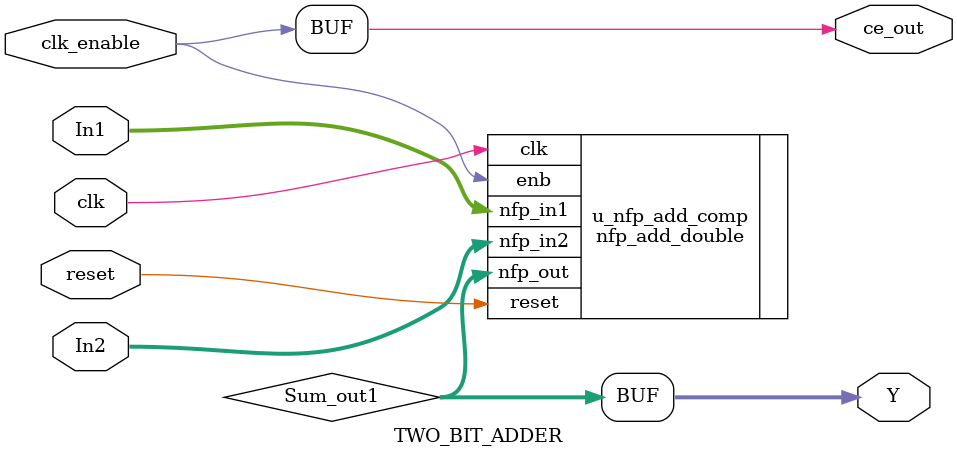
<source format=v>



`timescale 1 ns / 1 ns

module TWO_BIT_ADDER
          (clk,
           reset,
           clk_enable,
           In1,
           In2,
           ce_out,
           Y);


  input   clk;
  input   reset;
  input   clk_enable;
  input   [63:0] In1;  // double
  input   [63:0] In2;  // double
  output  ce_out;
  output  [63:0] Y;  // double


  wire [63:0] Sum_out1;  // ufix64


  nfp_add_double u_nfp_add_comp (.clk(clk),
                                 .reset(reset),
                                 .enb(clk_enable),
                                 .nfp_in1(In1),  // double
                                 .nfp_in2(In2),  // double
                                 .nfp_out(Sum_out1)  // double
                                 );

  assign ce_out = clk_enable;

  assign Y = Sum_out1;

endmodule  // TWO_BIT_ADDER


</source>
